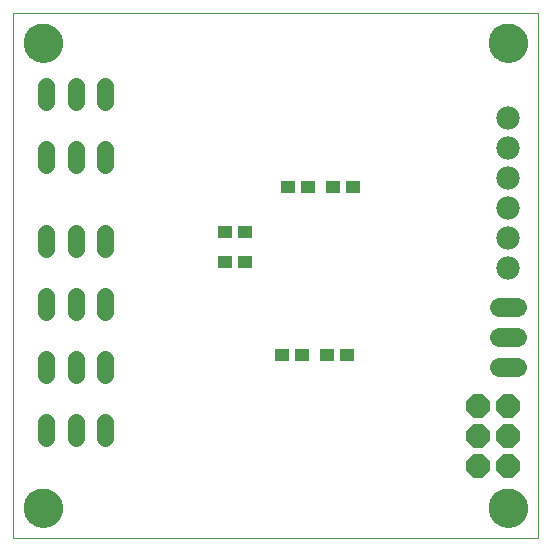
<source format=gbs>
G75*
%MOIN*%
%OFA0B0*%
%FSLAX25Y25*%
%IPPOS*%
%LPD*%
%AMOC8*
5,1,8,0,0,1.08239X$1,22.5*
%
%ADD10C,0.00000*%
%ADD11C,0.12998*%
%ADD12OC8,0.07800*%
%ADD13C,0.07800*%
%ADD14R,0.04731X0.04337*%
%ADD15C,0.05550*%
%ADD16C,0.06400*%
D10*
X0002800Y0003800D02*
X0002800Y0178800D01*
X0177800Y0178800D01*
X0177800Y0003800D01*
X0002800Y0003800D01*
X0006501Y0013800D02*
X0006503Y0013958D01*
X0006509Y0014116D01*
X0006519Y0014274D01*
X0006533Y0014432D01*
X0006551Y0014589D01*
X0006572Y0014746D01*
X0006598Y0014902D01*
X0006628Y0015058D01*
X0006661Y0015213D01*
X0006699Y0015366D01*
X0006740Y0015519D01*
X0006785Y0015671D01*
X0006834Y0015822D01*
X0006887Y0015971D01*
X0006943Y0016119D01*
X0007003Y0016265D01*
X0007067Y0016410D01*
X0007135Y0016553D01*
X0007206Y0016695D01*
X0007280Y0016835D01*
X0007358Y0016972D01*
X0007440Y0017108D01*
X0007524Y0017242D01*
X0007613Y0017373D01*
X0007704Y0017502D01*
X0007799Y0017629D01*
X0007896Y0017754D01*
X0007997Y0017876D01*
X0008101Y0017995D01*
X0008208Y0018112D01*
X0008318Y0018226D01*
X0008431Y0018337D01*
X0008546Y0018446D01*
X0008664Y0018551D01*
X0008785Y0018653D01*
X0008908Y0018753D01*
X0009034Y0018849D01*
X0009162Y0018942D01*
X0009292Y0019032D01*
X0009425Y0019118D01*
X0009560Y0019202D01*
X0009696Y0019281D01*
X0009835Y0019358D01*
X0009976Y0019430D01*
X0010118Y0019500D01*
X0010262Y0019565D01*
X0010408Y0019627D01*
X0010555Y0019685D01*
X0010704Y0019740D01*
X0010854Y0019791D01*
X0011005Y0019838D01*
X0011157Y0019881D01*
X0011310Y0019920D01*
X0011465Y0019956D01*
X0011620Y0019987D01*
X0011776Y0020015D01*
X0011932Y0020039D01*
X0012089Y0020059D01*
X0012247Y0020075D01*
X0012404Y0020087D01*
X0012563Y0020095D01*
X0012721Y0020099D01*
X0012879Y0020099D01*
X0013037Y0020095D01*
X0013196Y0020087D01*
X0013353Y0020075D01*
X0013511Y0020059D01*
X0013668Y0020039D01*
X0013824Y0020015D01*
X0013980Y0019987D01*
X0014135Y0019956D01*
X0014290Y0019920D01*
X0014443Y0019881D01*
X0014595Y0019838D01*
X0014746Y0019791D01*
X0014896Y0019740D01*
X0015045Y0019685D01*
X0015192Y0019627D01*
X0015338Y0019565D01*
X0015482Y0019500D01*
X0015624Y0019430D01*
X0015765Y0019358D01*
X0015904Y0019281D01*
X0016040Y0019202D01*
X0016175Y0019118D01*
X0016308Y0019032D01*
X0016438Y0018942D01*
X0016566Y0018849D01*
X0016692Y0018753D01*
X0016815Y0018653D01*
X0016936Y0018551D01*
X0017054Y0018446D01*
X0017169Y0018337D01*
X0017282Y0018226D01*
X0017392Y0018112D01*
X0017499Y0017995D01*
X0017603Y0017876D01*
X0017704Y0017754D01*
X0017801Y0017629D01*
X0017896Y0017502D01*
X0017987Y0017373D01*
X0018076Y0017242D01*
X0018160Y0017108D01*
X0018242Y0016972D01*
X0018320Y0016835D01*
X0018394Y0016695D01*
X0018465Y0016553D01*
X0018533Y0016410D01*
X0018597Y0016265D01*
X0018657Y0016119D01*
X0018713Y0015971D01*
X0018766Y0015822D01*
X0018815Y0015671D01*
X0018860Y0015519D01*
X0018901Y0015366D01*
X0018939Y0015213D01*
X0018972Y0015058D01*
X0019002Y0014902D01*
X0019028Y0014746D01*
X0019049Y0014589D01*
X0019067Y0014432D01*
X0019081Y0014274D01*
X0019091Y0014116D01*
X0019097Y0013958D01*
X0019099Y0013800D01*
X0019097Y0013642D01*
X0019091Y0013484D01*
X0019081Y0013326D01*
X0019067Y0013168D01*
X0019049Y0013011D01*
X0019028Y0012854D01*
X0019002Y0012698D01*
X0018972Y0012542D01*
X0018939Y0012387D01*
X0018901Y0012234D01*
X0018860Y0012081D01*
X0018815Y0011929D01*
X0018766Y0011778D01*
X0018713Y0011629D01*
X0018657Y0011481D01*
X0018597Y0011335D01*
X0018533Y0011190D01*
X0018465Y0011047D01*
X0018394Y0010905D01*
X0018320Y0010765D01*
X0018242Y0010628D01*
X0018160Y0010492D01*
X0018076Y0010358D01*
X0017987Y0010227D01*
X0017896Y0010098D01*
X0017801Y0009971D01*
X0017704Y0009846D01*
X0017603Y0009724D01*
X0017499Y0009605D01*
X0017392Y0009488D01*
X0017282Y0009374D01*
X0017169Y0009263D01*
X0017054Y0009154D01*
X0016936Y0009049D01*
X0016815Y0008947D01*
X0016692Y0008847D01*
X0016566Y0008751D01*
X0016438Y0008658D01*
X0016308Y0008568D01*
X0016175Y0008482D01*
X0016040Y0008398D01*
X0015904Y0008319D01*
X0015765Y0008242D01*
X0015624Y0008170D01*
X0015482Y0008100D01*
X0015338Y0008035D01*
X0015192Y0007973D01*
X0015045Y0007915D01*
X0014896Y0007860D01*
X0014746Y0007809D01*
X0014595Y0007762D01*
X0014443Y0007719D01*
X0014290Y0007680D01*
X0014135Y0007644D01*
X0013980Y0007613D01*
X0013824Y0007585D01*
X0013668Y0007561D01*
X0013511Y0007541D01*
X0013353Y0007525D01*
X0013196Y0007513D01*
X0013037Y0007505D01*
X0012879Y0007501D01*
X0012721Y0007501D01*
X0012563Y0007505D01*
X0012404Y0007513D01*
X0012247Y0007525D01*
X0012089Y0007541D01*
X0011932Y0007561D01*
X0011776Y0007585D01*
X0011620Y0007613D01*
X0011465Y0007644D01*
X0011310Y0007680D01*
X0011157Y0007719D01*
X0011005Y0007762D01*
X0010854Y0007809D01*
X0010704Y0007860D01*
X0010555Y0007915D01*
X0010408Y0007973D01*
X0010262Y0008035D01*
X0010118Y0008100D01*
X0009976Y0008170D01*
X0009835Y0008242D01*
X0009696Y0008319D01*
X0009560Y0008398D01*
X0009425Y0008482D01*
X0009292Y0008568D01*
X0009162Y0008658D01*
X0009034Y0008751D01*
X0008908Y0008847D01*
X0008785Y0008947D01*
X0008664Y0009049D01*
X0008546Y0009154D01*
X0008431Y0009263D01*
X0008318Y0009374D01*
X0008208Y0009488D01*
X0008101Y0009605D01*
X0007997Y0009724D01*
X0007896Y0009846D01*
X0007799Y0009971D01*
X0007704Y0010098D01*
X0007613Y0010227D01*
X0007524Y0010358D01*
X0007440Y0010492D01*
X0007358Y0010628D01*
X0007280Y0010765D01*
X0007206Y0010905D01*
X0007135Y0011047D01*
X0007067Y0011190D01*
X0007003Y0011335D01*
X0006943Y0011481D01*
X0006887Y0011629D01*
X0006834Y0011778D01*
X0006785Y0011929D01*
X0006740Y0012081D01*
X0006699Y0012234D01*
X0006661Y0012387D01*
X0006628Y0012542D01*
X0006598Y0012698D01*
X0006572Y0012854D01*
X0006551Y0013011D01*
X0006533Y0013168D01*
X0006519Y0013326D01*
X0006509Y0013484D01*
X0006503Y0013642D01*
X0006501Y0013800D01*
X0006501Y0168800D02*
X0006503Y0168958D01*
X0006509Y0169116D01*
X0006519Y0169274D01*
X0006533Y0169432D01*
X0006551Y0169589D01*
X0006572Y0169746D01*
X0006598Y0169902D01*
X0006628Y0170058D01*
X0006661Y0170213D01*
X0006699Y0170366D01*
X0006740Y0170519D01*
X0006785Y0170671D01*
X0006834Y0170822D01*
X0006887Y0170971D01*
X0006943Y0171119D01*
X0007003Y0171265D01*
X0007067Y0171410D01*
X0007135Y0171553D01*
X0007206Y0171695D01*
X0007280Y0171835D01*
X0007358Y0171972D01*
X0007440Y0172108D01*
X0007524Y0172242D01*
X0007613Y0172373D01*
X0007704Y0172502D01*
X0007799Y0172629D01*
X0007896Y0172754D01*
X0007997Y0172876D01*
X0008101Y0172995D01*
X0008208Y0173112D01*
X0008318Y0173226D01*
X0008431Y0173337D01*
X0008546Y0173446D01*
X0008664Y0173551D01*
X0008785Y0173653D01*
X0008908Y0173753D01*
X0009034Y0173849D01*
X0009162Y0173942D01*
X0009292Y0174032D01*
X0009425Y0174118D01*
X0009560Y0174202D01*
X0009696Y0174281D01*
X0009835Y0174358D01*
X0009976Y0174430D01*
X0010118Y0174500D01*
X0010262Y0174565D01*
X0010408Y0174627D01*
X0010555Y0174685D01*
X0010704Y0174740D01*
X0010854Y0174791D01*
X0011005Y0174838D01*
X0011157Y0174881D01*
X0011310Y0174920D01*
X0011465Y0174956D01*
X0011620Y0174987D01*
X0011776Y0175015D01*
X0011932Y0175039D01*
X0012089Y0175059D01*
X0012247Y0175075D01*
X0012404Y0175087D01*
X0012563Y0175095D01*
X0012721Y0175099D01*
X0012879Y0175099D01*
X0013037Y0175095D01*
X0013196Y0175087D01*
X0013353Y0175075D01*
X0013511Y0175059D01*
X0013668Y0175039D01*
X0013824Y0175015D01*
X0013980Y0174987D01*
X0014135Y0174956D01*
X0014290Y0174920D01*
X0014443Y0174881D01*
X0014595Y0174838D01*
X0014746Y0174791D01*
X0014896Y0174740D01*
X0015045Y0174685D01*
X0015192Y0174627D01*
X0015338Y0174565D01*
X0015482Y0174500D01*
X0015624Y0174430D01*
X0015765Y0174358D01*
X0015904Y0174281D01*
X0016040Y0174202D01*
X0016175Y0174118D01*
X0016308Y0174032D01*
X0016438Y0173942D01*
X0016566Y0173849D01*
X0016692Y0173753D01*
X0016815Y0173653D01*
X0016936Y0173551D01*
X0017054Y0173446D01*
X0017169Y0173337D01*
X0017282Y0173226D01*
X0017392Y0173112D01*
X0017499Y0172995D01*
X0017603Y0172876D01*
X0017704Y0172754D01*
X0017801Y0172629D01*
X0017896Y0172502D01*
X0017987Y0172373D01*
X0018076Y0172242D01*
X0018160Y0172108D01*
X0018242Y0171972D01*
X0018320Y0171835D01*
X0018394Y0171695D01*
X0018465Y0171553D01*
X0018533Y0171410D01*
X0018597Y0171265D01*
X0018657Y0171119D01*
X0018713Y0170971D01*
X0018766Y0170822D01*
X0018815Y0170671D01*
X0018860Y0170519D01*
X0018901Y0170366D01*
X0018939Y0170213D01*
X0018972Y0170058D01*
X0019002Y0169902D01*
X0019028Y0169746D01*
X0019049Y0169589D01*
X0019067Y0169432D01*
X0019081Y0169274D01*
X0019091Y0169116D01*
X0019097Y0168958D01*
X0019099Y0168800D01*
X0019097Y0168642D01*
X0019091Y0168484D01*
X0019081Y0168326D01*
X0019067Y0168168D01*
X0019049Y0168011D01*
X0019028Y0167854D01*
X0019002Y0167698D01*
X0018972Y0167542D01*
X0018939Y0167387D01*
X0018901Y0167234D01*
X0018860Y0167081D01*
X0018815Y0166929D01*
X0018766Y0166778D01*
X0018713Y0166629D01*
X0018657Y0166481D01*
X0018597Y0166335D01*
X0018533Y0166190D01*
X0018465Y0166047D01*
X0018394Y0165905D01*
X0018320Y0165765D01*
X0018242Y0165628D01*
X0018160Y0165492D01*
X0018076Y0165358D01*
X0017987Y0165227D01*
X0017896Y0165098D01*
X0017801Y0164971D01*
X0017704Y0164846D01*
X0017603Y0164724D01*
X0017499Y0164605D01*
X0017392Y0164488D01*
X0017282Y0164374D01*
X0017169Y0164263D01*
X0017054Y0164154D01*
X0016936Y0164049D01*
X0016815Y0163947D01*
X0016692Y0163847D01*
X0016566Y0163751D01*
X0016438Y0163658D01*
X0016308Y0163568D01*
X0016175Y0163482D01*
X0016040Y0163398D01*
X0015904Y0163319D01*
X0015765Y0163242D01*
X0015624Y0163170D01*
X0015482Y0163100D01*
X0015338Y0163035D01*
X0015192Y0162973D01*
X0015045Y0162915D01*
X0014896Y0162860D01*
X0014746Y0162809D01*
X0014595Y0162762D01*
X0014443Y0162719D01*
X0014290Y0162680D01*
X0014135Y0162644D01*
X0013980Y0162613D01*
X0013824Y0162585D01*
X0013668Y0162561D01*
X0013511Y0162541D01*
X0013353Y0162525D01*
X0013196Y0162513D01*
X0013037Y0162505D01*
X0012879Y0162501D01*
X0012721Y0162501D01*
X0012563Y0162505D01*
X0012404Y0162513D01*
X0012247Y0162525D01*
X0012089Y0162541D01*
X0011932Y0162561D01*
X0011776Y0162585D01*
X0011620Y0162613D01*
X0011465Y0162644D01*
X0011310Y0162680D01*
X0011157Y0162719D01*
X0011005Y0162762D01*
X0010854Y0162809D01*
X0010704Y0162860D01*
X0010555Y0162915D01*
X0010408Y0162973D01*
X0010262Y0163035D01*
X0010118Y0163100D01*
X0009976Y0163170D01*
X0009835Y0163242D01*
X0009696Y0163319D01*
X0009560Y0163398D01*
X0009425Y0163482D01*
X0009292Y0163568D01*
X0009162Y0163658D01*
X0009034Y0163751D01*
X0008908Y0163847D01*
X0008785Y0163947D01*
X0008664Y0164049D01*
X0008546Y0164154D01*
X0008431Y0164263D01*
X0008318Y0164374D01*
X0008208Y0164488D01*
X0008101Y0164605D01*
X0007997Y0164724D01*
X0007896Y0164846D01*
X0007799Y0164971D01*
X0007704Y0165098D01*
X0007613Y0165227D01*
X0007524Y0165358D01*
X0007440Y0165492D01*
X0007358Y0165628D01*
X0007280Y0165765D01*
X0007206Y0165905D01*
X0007135Y0166047D01*
X0007067Y0166190D01*
X0007003Y0166335D01*
X0006943Y0166481D01*
X0006887Y0166629D01*
X0006834Y0166778D01*
X0006785Y0166929D01*
X0006740Y0167081D01*
X0006699Y0167234D01*
X0006661Y0167387D01*
X0006628Y0167542D01*
X0006598Y0167698D01*
X0006572Y0167854D01*
X0006551Y0168011D01*
X0006533Y0168168D01*
X0006519Y0168326D01*
X0006509Y0168484D01*
X0006503Y0168642D01*
X0006501Y0168800D01*
X0161501Y0168800D02*
X0161503Y0168958D01*
X0161509Y0169116D01*
X0161519Y0169274D01*
X0161533Y0169432D01*
X0161551Y0169589D01*
X0161572Y0169746D01*
X0161598Y0169902D01*
X0161628Y0170058D01*
X0161661Y0170213D01*
X0161699Y0170366D01*
X0161740Y0170519D01*
X0161785Y0170671D01*
X0161834Y0170822D01*
X0161887Y0170971D01*
X0161943Y0171119D01*
X0162003Y0171265D01*
X0162067Y0171410D01*
X0162135Y0171553D01*
X0162206Y0171695D01*
X0162280Y0171835D01*
X0162358Y0171972D01*
X0162440Y0172108D01*
X0162524Y0172242D01*
X0162613Y0172373D01*
X0162704Y0172502D01*
X0162799Y0172629D01*
X0162896Y0172754D01*
X0162997Y0172876D01*
X0163101Y0172995D01*
X0163208Y0173112D01*
X0163318Y0173226D01*
X0163431Y0173337D01*
X0163546Y0173446D01*
X0163664Y0173551D01*
X0163785Y0173653D01*
X0163908Y0173753D01*
X0164034Y0173849D01*
X0164162Y0173942D01*
X0164292Y0174032D01*
X0164425Y0174118D01*
X0164560Y0174202D01*
X0164696Y0174281D01*
X0164835Y0174358D01*
X0164976Y0174430D01*
X0165118Y0174500D01*
X0165262Y0174565D01*
X0165408Y0174627D01*
X0165555Y0174685D01*
X0165704Y0174740D01*
X0165854Y0174791D01*
X0166005Y0174838D01*
X0166157Y0174881D01*
X0166310Y0174920D01*
X0166465Y0174956D01*
X0166620Y0174987D01*
X0166776Y0175015D01*
X0166932Y0175039D01*
X0167089Y0175059D01*
X0167247Y0175075D01*
X0167404Y0175087D01*
X0167563Y0175095D01*
X0167721Y0175099D01*
X0167879Y0175099D01*
X0168037Y0175095D01*
X0168196Y0175087D01*
X0168353Y0175075D01*
X0168511Y0175059D01*
X0168668Y0175039D01*
X0168824Y0175015D01*
X0168980Y0174987D01*
X0169135Y0174956D01*
X0169290Y0174920D01*
X0169443Y0174881D01*
X0169595Y0174838D01*
X0169746Y0174791D01*
X0169896Y0174740D01*
X0170045Y0174685D01*
X0170192Y0174627D01*
X0170338Y0174565D01*
X0170482Y0174500D01*
X0170624Y0174430D01*
X0170765Y0174358D01*
X0170904Y0174281D01*
X0171040Y0174202D01*
X0171175Y0174118D01*
X0171308Y0174032D01*
X0171438Y0173942D01*
X0171566Y0173849D01*
X0171692Y0173753D01*
X0171815Y0173653D01*
X0171936Y0173551D01*
X0172054Y0173446D01*
X0172169Y0173337D01*
X0172282Y0173226D01*
X0172392Y0173112D01*
X0172499Y0172995D01*
X0172603Y0172876D01*
X0172704Y0172754D01*
X0172801Y0172629D01*
X0172896Y0172502D01*
X0172987Y0172373D01*
X0173076Y0172242D01*
X0173160Y0172108D01*
X0173242Y0171972D01*
X0173320Y0171835D01*
X0173394Y0171695D01*
X0173465Y0171553D01*
X0173533Y0171410D01*
X0173597Y0171265D01*
X0173657Y0171119D01*
X0173713Y0170971D01*
X0173766Y0170822D01*
X0173815Y0170671D01*
X0173860Y0170519D01*
X0173901Y0170366D01*
X0173939Y0170213D01*
X0173972Y0170058D01*
X0174002Y0169902D01*
X0174028Y0169746D01*
X0174049Y0169589D01*
X0174067Y0169432D01*
X0174081Y0169274D01*
X0174091Y0169116D01*
X0174097Y0168958D01*
X0174099Y0168800D01*
X0174097Y0168642D01*
X0174091Y0168484D01*
X0174081Y0168326D01*
X0174067Y0168168D01*
X0174049Y0168011D01*
X0174028Y0167854D01*
X0174002Y0167698D01*
X0173972Y0167542D01*
X0173939Y0167387D01*
X0173901Y0167234D01*
X0173860Y0167081D01*
X0173815Y0166929D01*
X0173766Y0166778D01*
X0173713Y0166629D01*
X0173657Y0166481D01*
X0173597Y0166335D01*
X0173533Y0166190D01*
X0173465Y0166047D01*
X0173394Y0165905D01*
X0173320Y0165765D01*
X0173242Y0165628D01*
X0173160Y0165492D01*
X0173076Y0165358D01*
X0172987Y0165227D01*
X0172896Y0165098D01*
X0172801Y0164971D01*
X0172704Y0164846D01*
X0172603Y0164724D01*
X0172499Y0164605D01*
X0172392Y0164488D01*
X0172282Y0164374D01*
X0172169Y0164263D01*
X0172054Y0164154D01*
X0171936Y0164049D01*
X0171815Y0163947D01*
X0171692Y0163847D01*
X0171566Y0163751D01*
X0171438Y0163658D01*
X0171308Y0163568D01*
X0171175Y0163482D01*
X0171040Y0163398D01*
X0170904Y0163319D01*
X0170765Y0163242D01*
X0170624Y0163170D01*
X0170482Y0163100D01*
X0170338Y0163035D01*
X0170192Y0162973D01*
X0170045Y0162915D01*
X0169896Y0162860D01*
X0169746Y0162809D01*
X0169595Y0162762D01*
X0169443Y0162719D01*
X0169290Y0162680D01*
X0169135Y0162644D01*
X0168980Y0162613D01*
X0168824Y0162585D01*
X0168668Y0162561D01*
X0168511Y0162541D01*
X0168353Y0162525D01*
X0168196Y0162513D01*
X0168037Y0162505D01*
X0167879Y0162501D01*
X0167721Y0162501D01*
X0167563Y0162505D01*
X0167404Y0162513D01*
X0167247Y0162525D01*
X0167089Y0162541D01*
X0166932Y0162561D01*
X0166776Y0162585D01*
X0166620Y0162613D01*
X0166465Y0162644D01*
X0166310Y0162680D01*
X0166157Y0162719D01*
X0166005Y0162762D01*
X0165854Y0162809D01*
X0165704Y0162860D01*
X0165555Y0162915D01*
X0165408Y0162973D01*
X0165262Y0163035D01*
X0165118Y0163100D01*
X0164976Y0163170D01*
X0164835Y0163242D01*
X0164696Y0163319D01*
X0164560Y0163398D01*
X0164425Y0163482D01*
X0164292Y0163568D01*
X0164162Y0163658D01*
X0164034Y0163751D01*
X0163908Y0163847D01*
X0163785Y0163947D01*
X0163664Y0164049D01*
X0163546Y0164154D01*
X0163431Y0164263D01*
X0163318Y0164374D01*
X0163208Y0164488D01*
X0163101Y0164605D01*
X0162997Y0164724D01*
X0162896Y0164846D01*
X0162799Y0164971D01*
X0162704Y0165098D01*
X0162613Y0165227D01*
X0162524Y0165358D01*
X0162440Y0165492D01*
X0162358Y0165628D01*
X0162280Y0165765D01*
X0162206Y0165905D01*
X0162135Y0166047D01*
X0162067Y0166190D01*
X0162003Y0166335D01*
X0161943Y0166481D01*
X0161887Y0166629D01*
X0161834Y0166778D01*
X0161785Y0166929D01*
X0161740Y0167081D01*
X0161699Y0167234D01*
X0161661Y0167387D01*
X0161628Y0167542D01*
X0161598Y0167698D01*
X0161572Y0167854D01*
X0161551Y0168011D01*
X0161533Y0168168D01*
X0161519Y0168326D01*
X0161509Y0168484D01*
X0161503Y0168642D01*
X0161501Y0168800D01*
X0161501Y0013800D02*
X0161503Y0013958D01*
X0161509Y0014116D01*
X0161519Y0014274D01*
X0161533Y0014432D01*
X0161551Y0014589D01*
X0161572Y0014746D01*
X0161598Y0014902D01*
X0161628Y0015058D01*
X0161661Y0015213D01*
X0161699Y0015366D01*
X0161740Y0015519D01*
X0161785Y0015671D01*
X0161834Y0015822D01*
X0161887Y0015971D01*
X0161943Y0016119D01*
X0162003Y0016265D01*
X0162067Y0016410D01*
X0162135Y0016553D01*
X0162206Y0016695D01*
X0162280Y0016835D01*
X0162358Y0016972D01*
X0162440Y0017108D01*
X0162524Y0017242D01*
X0162613Y0017373D01*
X0162704Y0017502D01*
X0162799Y0017629D01*
X0162896Y0017754D01*
X0162997Y0017876D01*
X0163101Y0017995D01*
X0163208Y0018112D01*
X0163318Y0018226D01*
X0163431Y0018337D01*
X0163546Y0018446D01*
X0163664Y0018551D01*
X0163785Y0018653D01*
X0163908Y0018753D01*
X0164034Y0018849D01*
X0164162Y0018942D01*
X0164292Y0019032D01*
X0164425Y0019118D01*
X0164560Y0019202D01*
X0164696Y0019281D01*
X0164835Y0019358D01*
X0164976Y0019430D01*
X0165118Y0019500D01*
X0165262Y0019565D01*
X0165408Y0019627D01*
X0165555Y0019685D01*
X0165704Y0019740D01*
X0165854Y0019791D01*
X0166005Y0019838D01*
X0166157Y0019881D01*
X0166310Y0019920D01*
X0166465Y0019956D01*
X0166620Y0019987D01*
X0166776Y0020015D01*
X0166932Y0020039D01*
X0167089Y0020059D01*
X0167247Y0020075D01*
X0167404Y0020087D01*
X0167563Y0020095D01*
X0167721Y0020099D01*
X0167879Y0020099D01*
X0168037Y0020095D01*
X0168196Y0020087D01*
X0168353Y0020075D01*
X0168511Y0020059D01*
X0168668Y0020039D01*
X0168824Y0020015D01*
X0168980Y0019987D01*
X0169135Y0019956D01*
X0169290Y0019920D01*
X0169443Y0019881D01*
X0169595Y0019838D01*
X0169746Y0019791D01*
X0169896Y0019740D01*
X0170045Y0019685D01*
X0170192Y0019627D01*
X0170338Y0019565D01*
X0170482Y0019500D01*
X0170624Y0019430D01*
X0170765Y0019358D01*
X0170904Y0019281D01*
X0171040Y0019202D01*
X0171175Y0019118D01*
X0171308Y0019032D01*
X0171438Y0018942D01*
X0171566Y0018849D01*
X0171692Y0018753D01*
X0171815Y0018653D01*
X0171936Y0018551D01*
X0172054Y0018446D01*
X0172169Y0018337D01*
X0172282Y0018226D01*
X0172392Y0018112D01*
X0172499Y0017995D01*
X0172603Y0017876D01*
X0172704Y0017754D01*
X0172801Y0017629D01*
X0172896Y0017502D01*
X0172987Y0017373D01*
X0173076Y0017242D01*
X0173160Y0017108D01*
X0173242Y0016972D01*
X0173320Y0016835D01*
X0173394Y0016695D01*
X0173465Y0016553D01*
X0173533Y0016410D01*
X0173597Y0016265D01*
X0173657Y0016119D01*
X0173713Y0015971D01*
X0173766Y0015822D01*
X0173815Y0015671D01*
X0173860Y0015519D01*
X0173901Y0015366D01*
X0173939Y0015213D01*
X0173972Y0015058D01*
X0174002Y0014902D01*
X0174028Y0014746D01*
X0174049Y0014589D01*
X0174067Y0014432D01*
X0174081Y0014274D01*
X0174091Y0014116D01*
X0174097Y0013958D01*
X0174099Y0013800D01*
X0174097Y0013642D01*
X0174091Y0013484D01*
X0174081Y0013326D01*
X0174067Y0013168D01*
X0174049Y0013011D01*
X0174028Y0012854D01*
X0174002Y0012698D01*
X0173972Y0012542D01*
X0173939Y0012387D01*
X0173901Y0012234D01*
X0173860Y0012081D01*
X0173815Y0011929D01*
X0173766Y0011778D01*
X0173713Y0011629D01*
X0173657Y0011481D01*
X0173597Y0011335D01*
X0173533Y0011190D01*
X0173465Y0011047D01*
X0173394Y0010905D01*
X0173320Y0010765D01*
X0173242Y0010628D01*
X0173160Y0010492D01*
X0173076Y0010358D01*
X0172987Y0010227D01*
X0172896Y0010098D01*
X0172801Y0009971D01*
X0172704Y0009846D01*
X0172603Y0009724D01*
X0172499Y0009605D01*
X0172392Y0009488D01*
X0172282Y0009374D01*
X0172169Y0009263D01*
X0172054Y0009154D01*
X0171936Y0009049D01*
X0171815Y0008947D01*
X0171692Y0008847D01*
X0171566Y0008751D01*
X0171438Y0008658D01*
X0171308Y0008568D01*
X0171175Y0008482D01*
X0171040Y0008398D01*
X0170904Y0008319D01*
X0170765Y0008242D01*
X0170624Y0008170D01*
X0170482Y0008100D01*
X0170338Y0008035D01*
X0170192Y0007973D01*
X0170045Y0007915D01*
X0169896Y0007860D01*
X0169746Y0007809D01*
X0169595Y0007762D01*
X0169443Y0007719D01*
X0169290Y0007680D01*
X0169135Y0007644D01*
X0168980Y0007613D01*
X0168824Y0007585D01*
X0168668Y0007561D01*
X0168511Y0007541D01*
X0168353Y0007525D01*
X0168196Y0007513D01*
X0168037Y0007505D01*
X0167879Y0007501D01*
X0167721Y0007501D01*
X0167563Y0007505D01*
X0167404Y0007513D01*
X0167247Y0007525D01*
X0167089Y0007541D01*
X0166932Y0007561D01*
X0166776Y0007585D01*
X0166620Y0007613D01*
X0166465Y0007644D01*
X0166310Y0007680D01*
X0166157Y0007719D01*
X0166005Y0007762D01*
X0165854Y0007809D01*
X0165704Y0007860D01*
X0165555Y0007915D01*
X0165408Y0007973D01*
X0165262Y0008035D01*
X0165118Y0008100D01*
X0164976Y0008170D01*
X0164835Y0008242D01*
X0164696Y0008319D01*
X0164560Y0008398D01*
X0164425Y0008482D01*
X0164292Y0008568D01*
X0164162Y0008658D01*
X0164034Y0008751D01*
X0163908Y0008847D01*
X0163785Y0008947D01*
X0163664Y0009049D01*
X0163546Y0009154D01*
X0163431Y0009263D01*
X0163318Y0009374D01*
X0163208Y0009488D01*
X0163101Y0009605D01*
X0162997Y0009724D01*
X0162896Y0009846D01*
X0162799Y0009971D01*
X0162704Y0010098D01*
X0162613Y0010227D01*
X0162524Y0010358D01*
X0162440Y0010492D01*
X0162358Y0010628D01*
X0162280Y0010765D01*
X0162206Y0010905D01*
X0162135Y0011047D01*
X0162067Y0011190D01*
X0162003Y0011335D01*
X0161943Y0011481D01*
X0161887Y0011629D01*
X0161834Y0011778D01*
X0161785Y0011929D01*
X0161740Y0012081D01*
X0161699Y0012234D01*
X0161661Y0012387D01*
X0161628Y0012542D01*
X0161598Y0012698D01*
X0161572Y0012854D01*
X0161551Y0013011D01*
X0161533Y0013168D01*
X0161519Y0013326D01*
X0161509Y0013484D01*
X0161503Y0013642D01*
X0161501Y0013800D01*
D11*
X0167800Y0013800D03*
X0167800Y0168800D03*
X0012800Y0168800D03*
X0012800Y0013800D03*
D12*
X0157800Y0027800D03*
X0157800Y0037800D03*
X0167800Y0037800D03*
X0167800Y0027800D03*
X0167800Y0047800D03*
X0157800Y0047800D03*
D13*
X0167800Y0093800D03*
X0167800Y0103800D03*
X0167800Y0113800D03*
X0167800Y0123800D03*
X0167800Y0133800D03*
X0167800Y0143800D03*
D14*
X0116146Y0120800D03*
X0109454Y0120800D03*
X0101146Y0120800D03*
X0094454Y0120800D03*
X0080146Y0105800D03*
X0073454Y0105800D03*
X0073454Y0095800D03*
X0080146Y0095800D03*
X0092454Y0064800D03*
X0099146Y0064800D03*
X0107454Y0064800D03*
X0114146Y0064800D03*
D15*
X0033485Y0063375D02*
X0033485Y0058225D01*
X0023643Y0058225D02*
X0023643Y0063375D01*
X0013800Y0063375D02*
X0013800Y0058225D01*
X0013800Y0042375D02*
X0013800Y0037225D01*
X0023643Y0037225D02*
X0023643Y0042375D01*
X0033485Y0042375D02*
X0033485Y0037225D01*
X0033485Y0079225D02*
X0033485Y0084375D01*
X0023643Y0084375D02*
X0023643Y0079225D01*
X0013800Y0079225D02*
X0013800Y0084375D01*
X0013800Y0100225D02*
X0013800Y0105375D01*
X0023643Y0105375D02*
X0023643Y0100225D01*
X0033485Y0100225D02*
X0033485Y0105375D01*
X0033485Y0128225D02*
X0033485Y0133375D01*
X0023643Y0133375D02*
X0023643Y0128225D01*
X0013800Y0128225D02*
X0013800Y0133375D01*
X0013800Y0149225D02*
X0013800Y0154375D01*
X0023643Y0154375D02*
X0023643Y0149225D01*
X0033485Y0149225D02*
X0033485Y0154375D01*
D16*
X0164800Y0080800D02*
X0170800Y0080800D01*
X0170800Y0070800D02*
X0164800Y0070800D01*
X0164800Y0060800D02*
X0170800Y0060800D01*
M02*

</source>
